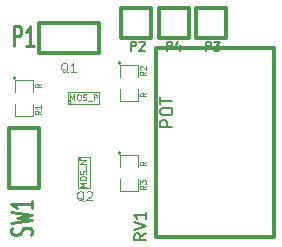
<source format=gto>
G04 (created by PCBNEW (2013-07-07 BZR 4022)-stable) date 9/13/2015 6:12:30 PM*
%MOIN*%
G04 Gerber Fmt 3.4, Leading zero omitted, Abs format*
%FSLAX34Y34*%
G01*
G70*
G90*
G04 APERTURE LIST*
%ADD10C,0.00590551*%
%ADD11C,0.0031*%
%ADD12C,0.0039*%
%ADD13C,0.012*%
%ADD14C,0.0125*%
%ADD15C,0.011811*%
%ADD16C,0.0047*%
%ADD17C,0.0043*%
%ADD18C,0.0107*%
%ADD19C,0.0075*%
G04 APERTURE END LIST*
G54D10*
G54D11*
X72599Y-57138D02*
G75*
G03X72599Y-57138I-62J0D01*
G74*
G01*
X73500Y-56800D02*
X73500Y-57200D01*
X72475Y-56800D02*
X72475Y-57200D01*
X73500Y-57200D02*
X72475Y-57200D01*
X72475Y-56800D02*
X73500Y-56800D01*
X72924Y-59037D02*
G75*
G03X72924Y-59037I-62J0D01*
G74*
G01*
X73200Y-60000D02*
X72800Y-60000D01*
X73200Y-58975D02*
X72800Y-58975D01*
X72800Y-60000D02*
X72800Y-58975D01*
X73200Y-58975D02*
X73200Y-60000D01*
G54D12*
X70750Y-56350D02*
G75*
G03X70750Y-56350I-50J0D01*
G74*
G01*
X70700Y-56800D02*
X70700Y-56400D01*
X70700Y-56400D02*
X71300Y-56400D01*
X71300Y-56400D02*
X71300Y-56800D01*
X71300Y-57200D02*
X71300Y-57600D01*
X71300Y-57600D02*
X70700Y-57600D01*
X70700Y-57600D02*
X70700Y-57200D01*
X74250Y-55850D02*
G75*
G03X74250Y-55850I-50J0D01*
G74*
G01*
X74200Y-56300D02*
X74200Y-55900D01*
X74200Y-55900D02*
X74800Y-55900D01*
X74800Y-55900D02*
X74800Y-56300D01*
X74800Y-56700D02*
X74800Y-57100D01*
X74800Y-57100D02*
X74200Y-57100D01*
X74200Y-57100D02*
X74200Y-56700D01*
X74250Y-58850D02*
G75*
G03X74250Y-58850I-50J0D01*
G74*
G01*
X74200Y-59300D02*
X74200Y-58900D01*
X74200Y-58900D02*
X74800Y-58900D01*
X74800Y-58900D02*
X74800Y-59300D01*
X74800Y-59700D02*
X74800Y-60100D01*
X74800Y-60100D02*
X74200Y-60100D01*
X74200Y-60100D02*
X74200Y-59700D01*
G54D13*
X71500Y-60000D02*
X70500Y-60000D01*
X70500Y-60000D02*
X70500Y-58000D01*
X70500Y-58000D02*
X71500Y-58000D01*
X71500Y-58000D02*
X71500Y-60000D01*
X71500Y-55500D02*
X71500Y-54500D01*
X71500Y-54500D02*
X73500Y-54500D01*
X73500Y-54500D02*
X73500Y-55500D01*
X73500Y-55500D02*
X71500Y-55500D01*
G54D14*
X74250Y-55000D02*
X75250Y-55000D01*
X74250Y-54000D02*
X75250Y-54000D01*
G54D13*
X74250Y-55000D02*
X74250Y-54000D01*
X75250Y-54000D02*
X75250Y-55000D01*
G54D14*
X75500Y-55000D02*
X76500Y-55000D01*
X75500Y-54000D02*
X76500Y-54000D01*
G54D13*
X75500Y-55000D02*
X75500Y-54000D01*
X76500Y-54000D02*
X76500Y-55000D01*
G54D14*
X76750Y-55000D02*
X77750Y-55000D01*
X76750Y-54000D02*
X77750Y-54000D01*
G54D13*
X76750Y-55000D02*
X76750Y-54000D01*
X77750Y-54000D02*
X77750Y-55000D01*
G54D15*
X79355Y-61649D02*
X79355Y-55350D01*
X79355Y-55350D02*
X75418Y-55350D01*
X75418Y-55350D02*
X75418Y-61649D01*
X75418Y-61649D02*
X79355Y-61649D01*
G54D16*
X72471Y-56150D02*
X72442Y-56135D01*
X72414Y-56107D01*
X72371Y-56064D01*
X72342Y-56050D01*
X72314Y-56050D01*
X72328Y-56121D02*
X72300Y-56107D01*
X72271Y-56078D01*
X72257Y-56021D01*
X72257Y-55921D01*
X72271Y-55864D01*
X72300Y-55835D01*
X72328Y-55821D01*
X72385Y-55821D01*
X72414Y-55835D01*
X72442Y-55864D01*
X72457Y-55921D01*
X72457Y-56021D01*
X72442Y-56078D01*
X72414Y-56107D01*
X72385Y-56121D01*
X72328Y-56121D01*
X72742Y-56121D02*
X72571Y-56121D01*
X72657Y-56121D02*
X72657Y-55821D01*
X72628Y-55864D01*
X72600Y-55892D01*
X72571Y-55907D01*
G54D12*
X72563Y-57079D02*
X72563Y-56882D01*
X72629Y-57023D01*
X72695Y-56882D01*
X72695Y-57079D01*
X72826Y-56882D02*
X72863Y-56882D01*
X72882Y-56892D01*
X72901Y-56910D01*
X72910Y-56948D01*
X72910Y-57014D01*
X72901Y-57051D01*
X72882Y-57070D01*
X72863Y-57079D01*
X72826Y-57079D01*
X72807Y-57070D01*
X72788Y-57051D01*
X72779Y-57014D01*
X72779Y-56948D01*
X72788Y-56910D01*
X72807Y-56892D01*
X72826Y-56882D01*
X72985Y-57070D02*
X73014Y-57079D01*
X73060Y-57079D01*
X73079Y-57070D01*
X73089Y-57060D01*
X73098Y-57042D01*
X73098Y-57023D01*
X73089Y-57004D01*
X73079Y-56995D01*
X73060Y-56985D01*
X73023Y-56976D01*
X73004Y-56967D01*
X72995Y-56957D01*
X72985Y-56939D01*
X72985Y-56920D01*
X72995Y-56901D01*
X73004Y-56892D01*
X73023Y-56882D01*
X73070Y-56882D01*
X73098Y-56892D01*
X73136Y-57098D02*
X73286Y-57098D01*
X73333Y-57079D02*
X73333Y-56882D01*
X73408Y-56882D01*
X73426Y-56892D01*
X73436Y-56901D01*
X73445Y-56920D01*
X73445Y-56948D01*
X73436Y-56967D01*
X73426Y-56976D01*
X73408Y-56985D01*
X73333Y-56985D01*
G54D16*
X73010Y-60437D02*
X72981Y-60422D01*
X72953Y-60394D01*
X72910Y-60351D01*
X72881Y-60337D01*
X72853Y-60337D01*
X72867Y-60408D02*
X72839Y-60394D01*
X72810Y-60365D01*
X72796Y-60308D01*
X72796Y-60208D01*
X72810Y-60151D01*
X72839Y-60122D01*
X72867Y-60108D01*
X72924Y-60108D01*
X72953Y-60122D01*
X72981Y-60151D01*
X72996Y-60208D01*
X72996Y-60308D01*
X72981Y-60365D01*
X72953Y-60394D01*
X72924Y-60408D01*
X72867Y-60408D01*
X73110Y-60137D02*
X73124Y-60122D01*
X73153Y-60108D01*
X73224Y-60108D01*
X73253Y-60122D01*
X73267Y-60137D01*
X73281Y-60165D01*
X73281Y-60194D01*
X73267Y-60237D01*
X73096Y-60408D01*
X73281Y-60408D01*
G54D12*
X73079Y-59965D02*
X72882Y-59965D01*
X73023Y-59900D01*
X72882Y-59834D01*
X73079Y-59834D01*
X72882Y-59703D02*
X72882Y-59665D01*
X72892Y-59646D01*
X72910Y-59628D01*
X72948Y-59618D01*
X73014Y-59618D01*
X73051Y-59628D01*
X73070Y-59646D01*
X73079Y-59665D01*
X73079Y-59703D01*
X73070Y-59722D01*
X73051Y-59740D01*
X73014Y-59750D01*
X72948Y-59750D01*
X72910Y-59740D01*
X72892Y-59722D01*
X72882Y-59703D01*
X73070Y-59543D02*
X73079Y-59515D01*
X73079Y-59468D01*
X73070Y-59449D01*
X73060Y-59440D01*
X73042Y-59431D01*
X73023Y-59431D01*
X73004Y-59440D01*
X72995Y-59449D01*
X72985Y-59468D01*
X72976Y-59506D01*
X72967Y-59524D01*
X72957Y-59534D01*
X72939Y-59543D01*
X72920Y-59543D01*
X72901Y-59534D01*
X72892Y-59524D01*
X72882Y-59506D01*
X72882Y-59459D01*
X72892Y-59431D01*
X73098Y-59393D02*
X73098Y-59243D01*
X73079Y-59196D02*
X72882Y-59196D01*
X73079Y-59084D01*
X72882Y-59084D01*
G54D17*
X71579Y-57432D02*
X71485Y-57498D01*
X71579Y-57545D02*
X71382Y-57545D01*
X71382Y-57470D01*
X71392Y-57451D01*
X71401Y-57442D01*
X71420Y-57432D01*
X71448Y-57432D01*
X71467Y-57442D01*
X71476Y-57451D01*
X71485Y-57470D01*
X71485Y-57545D01*
X71579Y-57245D02*
X71579Y-57357D01*
X71579Y-57301D02*
X71382Y-57301D01*
X71410Y-57320D01*
X71429Y-57339D01*
X71439Y-57357D01*
X71579Y-56539D02*
X71485Y-56604D01*
X71579Y-56651D02*
X71382Y-56651D01*
X71382Y-56576D01*
X71392Y-56557D01*
X71401Y-56548D01*
X71420Y-56539D01*
X71448Y-56539D01*
X71467Y-56548D01*
X71476Y-56557D01*
X71485Y-56576D01*
X71485Y-56651D01*
X75079Y-56132D02*
X74985Y-56198D01*
X75079Y-56245D02*
X74882Y-56245D01*
X74882Y-56170D01*
X74892Y-56151D01*
X74901Y-56142D01*
X74920Y-56132D01*
X74948Y-56132D01*
X74967Y-56142D01*
X74976Y-56151D01*
X74985Y-56170D01*
X74985Y-56245D01*
X74901Y-56057D02*
X74892Y-56048D01*
X74882Y-56029D01*
X74882Y-55982D01*
X74892Y-55963D01*
X74901Y-55954D01*
X74920Y-55945D01*
X74939Y-55945D01*
X74967Y-55954D01*
X75079Y-56067D01*
X75079Y-55945D01*
X75079Y-56839D02*
X74985Y-56904D01*
X75079Y-56951D02*
X74882Y-56951D01*
X74882Y-56876D01*
X74892Y-56857D01*
X74901Y-56848D01*
X74920Y-56839D01*
X74948Y-56839D01*
X74967Y-56848D01*
X74976Y-56857D01*
X74985Y-56876D01*
X74985Y-56951D01*
X75079Y-59932D02*
X74985Y-59998D01*
X75079Y-60045D02*
X74882Y-60045D01*
X74882Y-59970D01*
X74892Y-59951D01*
X74901Y-59942D01*
X74920Y-59932D01*
X74948Y-59932D01*
X74967Y-59942D01*
X74976Y-59951D01*
X74985Y-59970D01*
X74985Y-60045D01*
X74882Y-59867D02*
X74882Y-59745D01*
X74957Y-59810D01*
X74957Y-59782D01*
X74967Y-59763D01*
X74976Y-59754D01*
X74995Y-59745D01*
X75042Y-59745D01*
X75060Y-59754D01*
X75070Y-59763D01*
X75079Y-59782D01*
X75079Y-59839D01*
X75070Y-59857D01*
X75060Y-59867D01*
X75079Y-59139D02*
X74985Y-59204D01*
X75079Y-59251D02*
X74882Y-59251D01*
X74882Y-59176D01*
X74892Y-59157D01*
X74901Y-59148D01*
X74920Y-59139D01*
X74948Y-59139D01*
X74967Y-59148D01*
X74976Y-59157D01*
X74985Y-59176D01*
X74985Y-59251D01*
G54D18*
X71243Y-61570D02*
X71275Y-61509D01*
X71275Y-61407D01*
X71243Y-61366D01*
X71210Y-61346D01*
X71145Y-61326D01*
X71081Y-61326D01*
X71016Y-61346D01*
X70983Y-61366D01*
X70951Y-61407D01*
X70918Y-61489D01*
X70886Y-61529D01*
X70854Y-61550D01*
X70789Y-61570D01*
X70724Y-61570D01*
X70659Y-61550D01*
X70627Y-61529D01*
X70594Y-61489D01*
X70594Y-61387D01*
X70627Y-61326D01*
X70594Y-61183D02*
X71275Y-61081D01*
X70789Y-61000D01*
X71275Y-60918D01*
X70594Y-60816D01*
X71275Y-60429D02*
X71275Y-60673D01*
X71275Y-60551D02*
X70594Y-60551D01*
X70691Y-60592D01*
X70756Y-60633D01*
X70789Y-60673D01*
G54D13*
G54D18*
X70684Y-55275D02*
X70684Y-54594D01*
X70847Y-54594D01*
X70887Y-54627D01*
X70908Y-54659D01*
X70928Y-54724D01*
X70928Y-54821D01*
X70908Y-54886D01*
X70887Y-54918D01*
X70847Y-54951D01*
X70684Y-54951D01*
X71336Y-55275D02*
X71091Y-55275D01*
X71214Y-55275D02*
X71214Y-54594D01*
X71173Y-54691D01*
X71132Y-54756D01*
X71091Y-54789D01*
G54D13*
G54D19*
X74578Y-55421D02*
X74578Y-55121D01*
X74692Y-55121D01*
X74721Y-55135D01*
X74735Y-55150D01*
X74750Y-55178D01*
X74750Y-55221D01*
X74735Y-55250D01*
X74721Y-55264D01*
X74692Y-55278D01*
X74578Y-55278D01*
X74864Y-55150D02*
X74878Y-55135D01*
X74907Y-55121D01*
X74978Y-55121D01*
X75007Y-55135D01*
X75021Y-55150D01*
X75035Y-55178D01*
X75035Y-55207D01*
X75021Y-55250D01*
X74850Y-55421D01*
X75035Y-55421D01*
X75778Y-55421D02*
X75778Y-55121D01*
X75892Y-55121D01*
X75921Y-55135D01*
X75935Y-55150D01*
X75950Y-55178D01*
X75950Y-55221D01*
X75935Y-55250D01*
X75921Y-55264D01*
X75892Y-55278D01*
X75778Y-55278D01*
X76207Y-55221D02*
X76207Y-55421D01*
X76135Y-55107D02*
X76064Y-55321D01*
X76250Y-55321D01*
X77078Y-55421D02*
X77078Y-55121D01*
X77192Y-55121D01*
X77221Y-55135D01*
X77235Y-55150D01*
X77250Y-55178D01*
X77250Y-55221D01*
X77235Y-55250D01*
X77221Y-55264D01*
X77192Y-55278D01*
X77078Y-55278D01*
X77350Y-55121D02*
X77535Y-55121D01*
X77435Y-55235D01*
X77478Y-55235D01*
X77507Y-55250D01*
X77521Y-55264D01*
X77535Y-55292D01*
X77535Y-55364D01*
X77521Y-55392D01*
X77507Y-55407D01*
X77478Y-55421D01*
X77392Y-55421D01*
X77364Y-55407D01*
X77350Y-55392D01*
G54D10*
X75074Y-61519D02*
X74886Y-61651D01*
X75074Y-61744D02*
X74680Y-61744D01*
X74680Y-61594D01*
X74699Y-61557D01*
X74718Y-61538D01*
X74755Y-61519D01*
X74811Y-61519D01*
X74849Y-61538D01*
X74868Y-61557D01*
X74886Y-61594D01*
X74886Y-61744D01*
X74680Y-61407D02*
X75074Y-61276D01*
X74680Y-61144D01*
X75074Y-60807D02*
X75074Y-61032D01*
X75074Y-60919D02*
X74680Y-60919D01*
X74736Y-60957D01*
X74774Y-60994D01*
X74793Y-61032D01*
X75959Y-57959D02*
X75565Y-57959D01*
X75565Y-57809D01*
X75584Y-57771D01*
X75603Y-57753D01*
X75640Y-57734D01*
X75696Y-57734D01*
X75734Y-57753D01*
X75753Y-57771D01*
X75771Y-57809D01*
X75771Y-57959D01*
X75565Y-57490D02*
X75565Y-57415D01*
X75584Y-57378D01*
X75621Y-57340D01*
X75696Y-57321D01*
X75828Y-57321D01*
X75903Y-57340D01*
X75940Y-57378D01*
X75959Y-57415D01*
X75959Y-57490D01*
X75940Y-57528D01*
X75903Y-57565D01*
X75828Y-57584D01*
X75696Y-57584D01*
X75621Y-57565D01*
X75584Y-57528D01*
X75565Y-57490D01*
X75565Y-57209D02*
X75565Y-56984D01*
X75959Y-57096D02*
X75565Y-57096D01*
M02*

</source>
